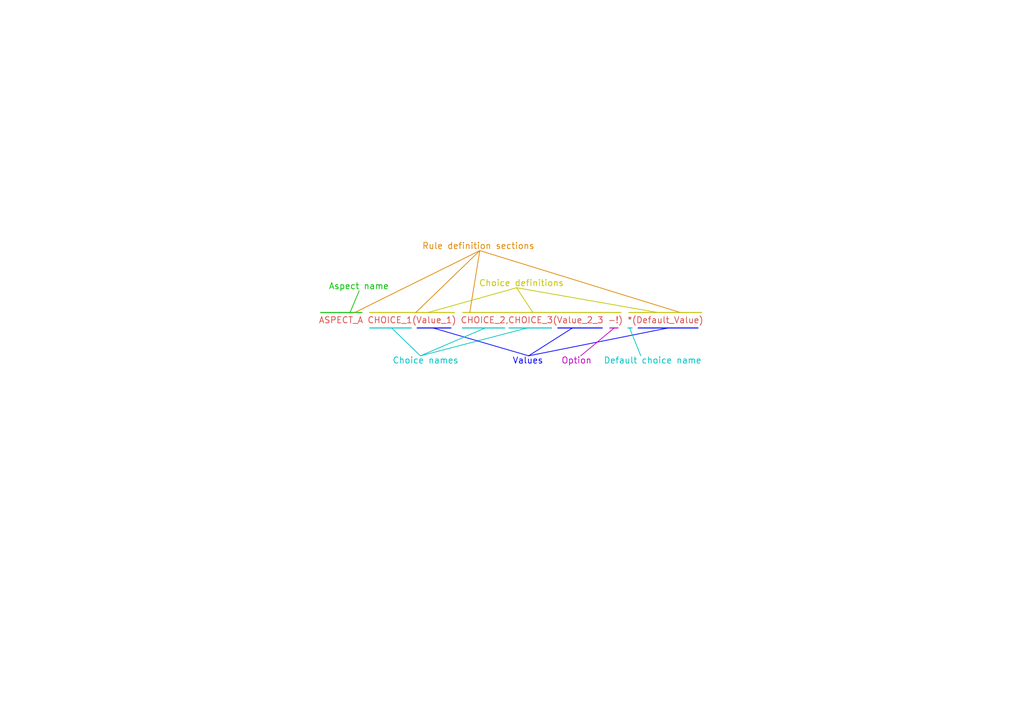
<source format=kicad_sch>
(kicad_sch
	(version 20231120)
	(generator "eeschema")
	(generator_version "8.0")
	(uuid "55cc74f3-a76a-489e-86d1-364a3afd14d4")
	(paper "A5")
	(title_block
		(title "KiVar Demo")
		(date "2024-01-16")
		(company "Author: Mark Hämmerling <dev@markh.de>")
		(comment 1 "https://github.com/markh-de/KiVar")
		(comment 4 "KiVar Variation Rule Structure")
	)
	(lib_symbols)
	(polyline
		(pts
			(xy 75.819 67.31) (xy 84.3534 67.31)
		)
		(stroke
			(width 0.2032)
			(type default)
			(color 0 194 194 1)
		)
		(uuid "17610723-a918-4755-b0bb-71bfa6e88343")
	)
	(polyline
		(pts
			(xy 130.8862 67.31) (xy 143.1544 67.31)
		)
		(stroke
			(width 0.2032)
			(type default)
			(color 0 0 255 1)
		)
		(uuid "1daf3e52-4fc4-44b1-8978-c1fcdf97a63e")
	)
	(polyline
		(pts
			(xy 86.233 73.025) (xy 99.4918 67.31)
		)
		(stroke
			(width 0)
			(type default)
			(color 0 194 194 1)
		)
		(uuid "239267ad-e3c8-4bc6-982f-60767b30c73a")
	)
	(polyline
		(pts
			(xy 87.7824 64.135) (xy 105.9434 59.055)
		)
		(stroke
			(width 0)
			(type default)
			(color 194 194 0 1)
		)
		(uuid "2e96de4f-341e-48db-b947-1028dce35a99")
	)
	(polyline
		(pts
			(xy 98.3996 51.435) (xy 139.5222 64.135)
		)
		(stroke
			(width 0)
			(type default)
			(color 221 133 0 1)
		)
		(uuid "3bf64849-5e7c-4321-ab20-ff9f4a977b92")
	)
	(polyline
		(pts
			(xy 86.233 73.025) (xy 80.3148 67.31)
		)
		(stroke
			(width 0)
			(type default)
			(color 0 194 194 1)
		)
		(uuid "3c1213e8-e2cc-47cf-bb38-2cda96729c98")
	)
	(polyline
		(pts
			(xy 131.4196 73.025) (xy 129.1336 67.31)
		)
		(stroke
			(width 0)
			(type default)
			(color 0 194 194 1)
		)
		(uuid "3d6cc179-a2a5-48bd-a1fb-210840a77644")
	)
	(polyline
		(pts
			(xy 114.4016 67.31) (xy 123.5202 67.31)
		)
		(stroke
			(width 0.2032)
			(type default)
			(color 0 0 255 1)
		)
		(uuid "3db51f29-b70d-4d79-bb7e-0692c2bbe8f1")
	)
	(polyline
		(pts
			(xy 119.1006 73.025) (xy 125.9586 67.31)
		)
		(stroke
			(width 0)
			(type default)
			(color 194 0 194 1)
		)
		(uuid "4344e61c-7252-4620-abe4-2f4cba3cfc39")
	)
	(polyline
		(pts
			(xy 72.7456 64.135) (xy 98.3996 51.435)
		)
		(stroke
			(width 0)
			(type default)
			(color 221 133 0 1)
		)
		(uuid "61b3230d-31f2-4670-a731-e52ac5f2ecea")
	)
	(polyline
		(pts
			(xy 108.4072 73.025) (xy 117.3988 67.31)
		)
		(stroke
			(width 0)
			(type default)
			(color 0 0 255 1)
		)
		(uuid "64a3d2a6-605b-4022-b83a-c4d0b1cfa719")
	)
	(polyline
		(pts
			(xy 85.5472 67.31) (xy 92.4814 67.31)
		)
		(stroke
			(width 0.2032)
			(type default)
			(color 0 0 255 1)
		)
		(uuid "660457be-c45c-4942-a063-ca8697be1fc8")
	)
	(polyline
		(pts
			(xy 125.0696 67.31) (xy 126.746 67.31)
		)
		(stroke
			(width 0.2032)
			(type default)
			(color 194 0 194 1)
		)
		(uuid "66843f81-86f3-4bdc-89b8-451ef0cac382")
	)
	(polyline
		(pts
			(xy 94.8182 67.31) (xy 103.5304 67.31)
		)
		(stroke
			(width 0.2032)
			(type default)
			(color 0 194 194 1)
		)
		(uuid "6f8d6bde-f2a8-4bde-b0f7-f6bb59eee184")
	)
	(polyline
		(pts
			(xy 109.2708 64.135) (xy 105.9434 59.055)
		)
		(stroke
			(width 0)
			(type default)
			(color 194 194 0 1)
		)
		(uuid "87bc7fb3-c5d4-428d-9ad8-952c50076607")
	)
	(polyline
		(pts
			(xy 88.8238 67.31) (xy 108.4072 73.025)
		)
		(stroke
			(width 0)
			(type default)
			(color 0 0 255 1)
		)
		(uuid "896940c1-07df-40dc-b3b9-c8f8abc0ac80")
	)
	(polyline
		(pts
			(xy 104.394 67.31) (xy 113.1062 67.31)
		)
		(stroke
			(width 0.2032)
			(type default)
			(color 0 194 194 1)
		)
		(uuid "89749966-5d2c-424a-9ee2-1037960c95f4")
	)
	(polyline
		(pts
			(xy 98.3996 51.435) (xy 96.3422 64.135)
		)
		(stroke
			(width 0)
			(type default)
			(color 221 133 0 1)
		)
		(uuid "8c2d58fd-d099-4788-9c22-fbd449b337ec")
	)
	(polyline
		(pts
			(xy 86.233 73.025) (xy 108.1024 67.31)
		)
		(stroke
			(width 0)
			(type default)
			(color 0 194 194 1)
		)
		(uuid "9373ce6b-1528-4dbe-92a8-ba724417259a")
	)
	(polyline
		(pts
			(xy 71.7804 64.135) (xy 73.66 59.69)
		)
		(stroke
			(width 0)
			(type default)
			(color 0 194 0 1)
		)
		(uuid "a4bc3a73-d22b-4ab3-b83f-fe51df53e4bd")
	)
	(polyline
		(pts
			(xy 128.9558 64.135) (xy 143.891 64.135)
		)
		(stroke
			(width 0.2032)
			(type default)
			(color 194 194 0 1)
		)
		(uuid "bdc7448e-d5a0-4311-b553-9d6f9b443894")
	)
	(polyline
		(pts
			(xy 94.8944 64.135) (xy 127.3556 64.135)
		)
		(stroke
			(width 0.2032)
			(type default)
			(color 194 194 0 1)
		)
		(uuid "bf3e92a2-705e-4a0d-a9c0-2cf405420bba")
	)
	(polyline
		(pts
			(xy 98.3996 51.435) (xy 85.2678 64.135)
		)
		(stroke
			(width 0)
			(type default)
			(color 221 133 0 1)
		)
		(uuid "c58278eb-b96a-488b-be89-a8d6f1c9534d")
	)
	(polyline
		(pts
			(xy 105.9434 59.055) (xy 134.8994 64.135)
		)
		(stroke
			(width 0)
			(type default)
			(color 194 194 0 1)
		)
		(uuid "cbe6d075-7911-4d73-9cf2-bcb227586760")
	)
	(polyline
		(pts
			(xy 65.7606 64.135) (xy 74.2442 64.135)
		)
		(stroke
			(width 0.2032)
			(type default)
			(color 0 194 0 1)
		)
		(uuid "f1778086-b957-4917-8906-8a82a106606a")
	)
	(polyline
		(pts
			(xy 128.778 67.31) (xy 129.6162 67.31)
		)
		(stroke
			(width 0.2032)
			(type default)
			(color 0 194 194 1)
		)
		(uuid "f495e3f0-f6d6-4092-b35d-4ff72d32033a")
	)
	(polyline
		(pts
			(xy 108.4072 73.025) (xy 137.0076 67.31)
		)
		(stroke
			(width 0)
			(type default)
			(color 0 0 255 1)
		)
		(uuid "f4cb4755-3e3e-4c49-aea6-b550f676d50d")
	)
	(polyline
		(pts
			(xy 75.7936 64.135) (xy 93.1926 64.135)
		)
		(stroke
			(width 0.2032)
			(type default)
			(color 194 194 0 1)
		)
		(uuid "f4dd74f0-4ab2-4472-bc0f-9ab5be982be9")
	)
	(text "Rule definition sections"
		(exclude_from_sim no)
		(at 86.5378 51.435 0)
		(effects
			(font
				(size 1.27 1.27)
				(color 221 133 0 1)
			)
			(justify left bottom)
		)
		(uuid "888a4cca-3b08-4b11-9390-bb79dbd2195e")
	)
	(text "Choice names"
		(exclude_from_sim no)
		(at 80.4672 74.93 0)
		(effects
			(font
				(size 1.27 1.27)
				(color 0 194 194 1)
			)
			(justify left bottom)
		)
		(uuid "91d8faf7-c188-47ff-9906-5e6f891de18a")
	)
	(text "Option"
		(exclude_from_sim no)
		(at 115.0874 74.93 0)
		(effects
			(font
				(size 1.27 1.27)
				(color 194 0 194 1)
			)
			(justify left bottom)
		)
		(uuid "970420fc-4bf3-41e8-8e3c-52e3a0187474")
	)
	(text "Values"
		(exclude_from_sim no)
		(at 105.0798 74.93 0)
		(effects
			(font
				(size 1.27 1.27)
				(color 0 0 255 1)
			)
			(justify left bottom)
		)
		(uuid "c4c41051-7fe3-461e-971f-5e00d2dfba09")
	)
	(text "Choice definitions"
		(exclude_from_sim no)
		(at 98.1964 59.055 0)
		(effects
			(font
				(size 1.27 1.27)
				(color 194 194 0 1)
			)
			(justify left bottom)
		)
		(uuid "e2f1397d-1b4e-483d-a834-ec0c05fcbdec")
	)
	(text "Aspect name"
		(exclude_from_sim no)
		(at 67.3862 59.69 0)
		(effects
			(font
				(size 1.27 1.27)
				(color 0 194 0 1)
			)
			(justify left bottom)
		)
		(uuid "ee135e65-edb1-4d4d-8928-bd4ce4f1aa34")
	)
	(text "ASPECT_A CHOICE_1(Value_1) CHOICE_2,CHOICE_3(Value_2_3 -!) *(Default_Value)"
		(exclude_from_sim no)
		(at 65.3288 66.675 0)
		(effects
			(font
				(size 1.27 1.27)
				(color 215 75 72 1)
			)
			(justify left bottom)
		)
		(uuid "f83c6e4c-166f-4d15-b090-71de9447dc5e")
	)
	(text "Default choice name"
		(exclude_from_sim no)
		(at 123.7742 74.93 0)
		(effects
			(font
				(size 1.27 1.27)
				(color 0 194 194 1)
			)
			(justify left bottom)
		)
		(uuid "fa3fbec4-5745-470e-b0b3-0a38636e19f8")
	)
)
</source>
